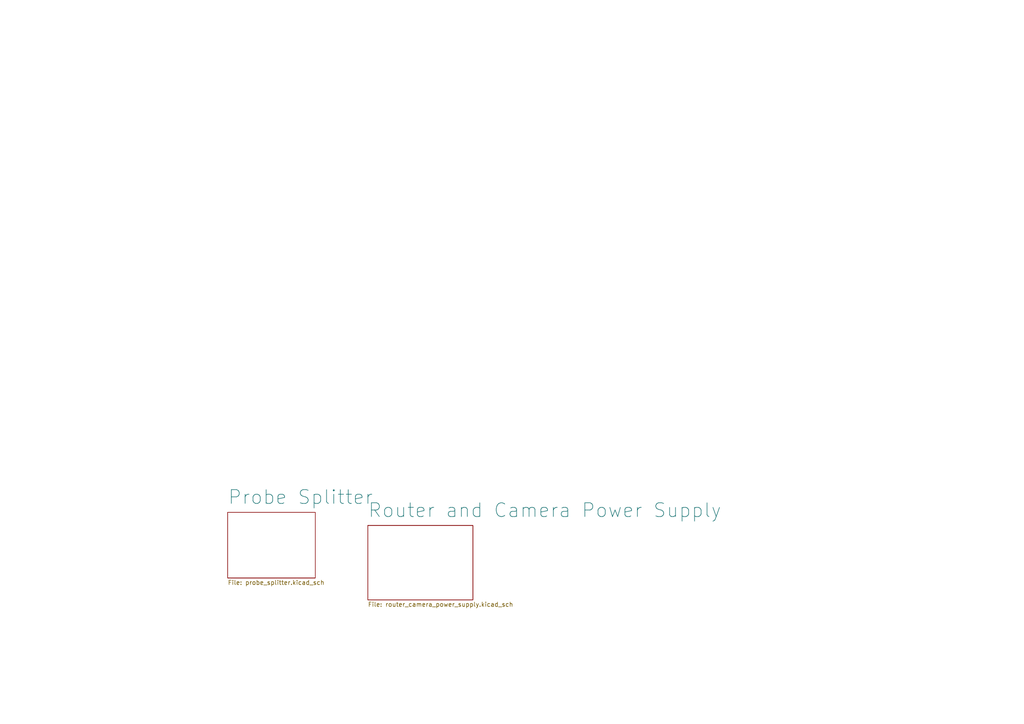
<source format=kicad_sch>
(kicad_sch
	(version 20231120)
	(generator "eeschema")
	(generator_version "8.0")
	(uuid "0286cab7-ab30-426b-8345-1f03e11d2c7c")
	(paper "A4")
	(lib_symbols)
	(sheet
		(at 106.68 152.4)
		(size 30.48 21.59)
		(fields_autoplaced yes)
		(stroke
			(width 0.1524)
			(type solid)
		)
		(fill
			(color 0 0 0 0.0000)
		)
		(uuid "3750173b-f667-437e-8d19-741cd8c0d09f")
		(property "Sheetname" "Router and Camera Power Supply"
			(at 106.68 150.3234 0)
			(effects
				(font
					(size 4 4)
				)
				(justify left bottom)
			)
		)
		(property "Sheetfile" "router_camera_power_supply.kicad_sch"
			(at 106.68 174.5746 0)
			(effects
				(font
					(size 1.27 1.27)
				)
				(justify left top)
			)
		)
		(instances
			(project "splitter"
				(path "/0286cab7-ab30-426b-8345-1f03e11d2c7c"
					(page "3")
				)
			)
		)
	)
	(sheet
		(at 66.04 148.59)
		(size 25.4 19.05)
		(fields_autoplaced yes)
		(stroke
			(width 0.1524)
			(type solid)
		)
		(fill
			(color 0 0 0 0.0000)
		)
		(uuid "fa193ee4-ad8b-446c-a743-1f65da52715e")
		(property "Sheetname" "Probe Splitter"
			(at 66.04 146.5134 0)
			(effects
				(font
					(size 4 4)
				)
				(justify left bottom)
			)
		)
		(property "Sheetfile" "probe_splitter.kicad_sch"
			(at 66.04 168.2246 0)
			(effects
				(font
					(size 1.27 1.27)
				)
				(justify left top)
			)
		)
		(instances
			(project "splitter"
				(path "/0286cab7-ab30-426b-8345-1f03e11d2c7c"
					(page "2")
				)
			)
		)
	)
	(sheet_instances
		(path "/"
			(page "1")
		)
	)
)
</source>
